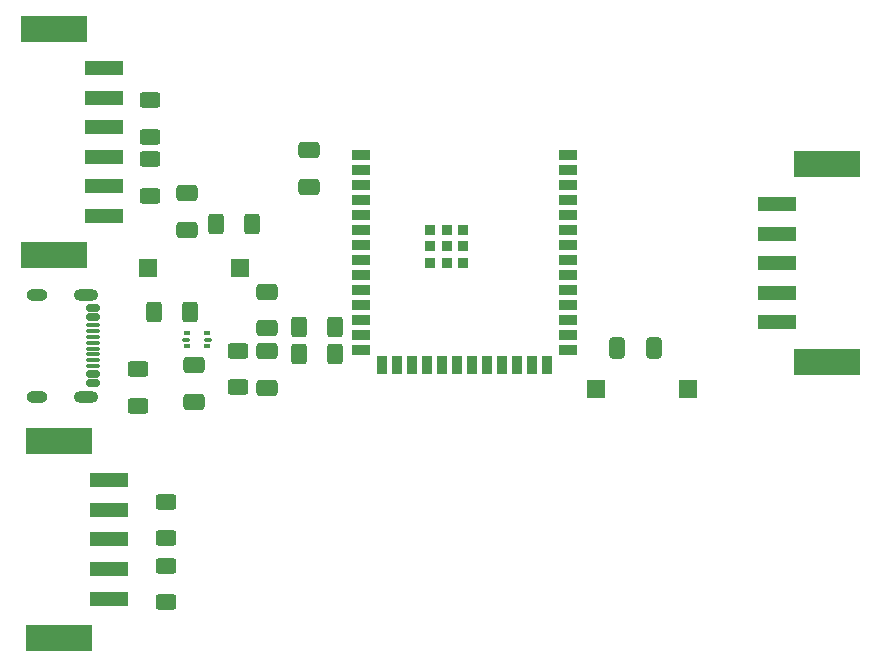
<source format=gbr>
%TF.GenerationSoftware,KiCad,Pcbnew,8.0.8*%
%TF.CreationDate,2025-04-03T15:34:39+02:00*%
%TF.ProjectId,MCU,4d43552e-6b69-4636-9164-5f7063625858,rev?*%
%TF.SameCoordinates,Original*%
%TF.FileFunction,Paste,Top*%
%TF.FilePolarity,Positive*%
%FSLAX46Y46*%
G04 Gerber Fmt 4.6, Leading zero omitted, Abs format (unit mm)*
G04 Created by KiCad (PCBNEW 8.0.8) date 2025-04-03 15:34:39*
%MOMM*%
%LPD*%
G01*
G04 APERTURE LIST*
G04 Aperture macros list*
%AMRoundRect*
0 Rectangle with rounded corners*
0 $1 Rounding radius*
0 $2 $3 $4 $5 $6 $7 $8 $9 X,Y pos of 4 corners*
0 Add a 4 corners polygon primitive as box body*
4,1,4,$2,$3,$4,$5,$6,$7,$8,$9,$2,$3,0*
0 Add four circle primitives for the rounded corners*
1,1,$1+$1,$2,$3*
1,1,$1+$1,$4,$5*
1,1,$1+$1,$6,$7*
1,1,$1+$1,$8,$9*
0 Add four rect primitives between the rounded corners*
20,1,$1+$1,$2,$3,$4,$5,0*
20,1,$1+$1,$4,$5,$6,$7,0*
20,1,$1+$1,$6,$7,$8,$9,0*
20,1,$1+$1,$8,$9,$2,$3,0*%
G04 Aperture macros list end*
%ADD10RoundRect,0.150000X-0.425000X0.150000X-0.425000X-0.150000X0.425000X-0.150000X0.425000X0.150000X0*%
%ADD11RoundRect,0.075000X-0.500000X0.075000X-0.500000X-0.075000X0.500000X-0.075000X0.500000X0.075000X0*%
%ADD12O,2.100000X1.000000*%
%ADD13O,1.800000X1.000000*%
%ADD14RoundRect,0.250000X-0.400000X-0.625000X0.400000X-0.625000X0.400000X0.625000X-0.400000X0.625000X0*%
%ADD15RoundRect,0.250000X-0.650000X0.412500X-0.650000X-0.412500X0.650000X-0.412500X0.650000X0.412500X0*%
%ADD16R,1.500000X1.500000*%
%ADD17RoundRect,0.250000X0.400000X0.625000X-0.400000X0.625000X-0.400000X-0.625000X0.400000X-0.625000X0*%
%ADD18R,3.200000X1.200000*%
%ADD19R,5.600000X2.200000*%
%ADD20RoundRect,0.250000X0.625000X-0.400000X0.625000X0.400000X-0.625000X0.400000X-0.625000X-0.400000X0*%
%ADD21RoundRect,0.250000X0.650000X-0.412500X0.650000X0.412500X-0.650000X0.412500X-0.650000X-0.412500X0*%
%ADD22RoundRect,0.093750X-0.156250X-0.093750X0.156250X-0.093750X0.156250X0.093750X-0.156250X0.093750X0*%
%ADD23RoundRect,0.075000X-0.250000X-0.075000X0.250000X-0.075000X0.250000X0.075000X-0.250000X0.075000X0*%
%ADD24R,0.900000X0.900000*%
%ADD25R,1.500000X0.900000*%
%ADD26R,0.900000X1.500000*%
%ADD27RoundRect,0.250000X-0.625000X0.400000X-0.625000X-0.400000X0.625000X-0.400000X0.625000X0.400000X0*%
%ADD28RoundRect,0.250000X-0.412500X-0.650000X0.412500X-0.650000X0.412500X0.650000X-0.412500X0.650000X0*%
G04 APERTURE END LIST*
D10*
%TO.C,USB-C*%
X104030000Y-84380000D03*
X104030000Y-85180000D03*
D11*
X104030000Y-86330000D03*
X104030000Y-87330000D03*
X104030000Y-87830000D03*
X104030000Y-88830000D03*
D10*
X104030000Y-89980000D03*
X104030000Y-90780000D03*
X104030000Y-90780000D03*
X104030000Y-89980000D03*
D11*
X104030000Y-89330000D03*
X104030000Y-88330000D03*
X104030000Y-86830000D03*
X104030000Y-85830000D03*
D10*
X104030000Y-85180000D03*
X104030000Y-84380000D03*
D12*
X103455000Y-83260000D03*
D13*
X99275000Y-83260000D03*
D12*
X103455000Y-91900000D03*
D13*
X99275000Y-91900000D03*
%TD*%
D14*
%TO.C,R3*%
X114450000Y-77250000D03*
X117550000Y-77250000D03*
%TD*%
D15*
%TO.C,C3*%
X118750000Y-83000000D03*
X118750000Y-86125000D03*
%TD*%
D16*
%TO.C,Reset*%
X116500000Y-81000000D03*
X108700000Y-81000000D03*
%TD*%
D17*
%TO.C,R8*%
X124550000Y-86000000D03*
X121450000Y-86000000D03*
%TD*%
D16*
%TO.C,Boot*%
X146600000Y-91250000D03*
X154400000Y-91250000D03*
%TD*%
D18*
%TO.C,I2C1*%
X105000000Y-64080000D03*
X105000000Y-66580000D03*
X105000000Y-69080000D03*
X105000000Y-71580000D03*
X105000000Y-74080000D03*
X105000000Y-76580000D03*
D19*
X100750000Y-60730000D03*
X100750000Y-79930000D03*
%TD*%
D20*
%TO.C,R11*%
X116350000Y-91120000D03*
X116350000Y-88020000D03*
%TD*%
D21*
%TO.C,C2*%
X118750000Y-91125000D03*
X118750000Y-88000000D03*
%TD*%
D22*
%TO.C,U2*%
X112000000Y-86542500D03*
D23*
X111925000Y-87080000D03*
D22*
X112000000Y-87617500D03*
X113700000Y-87617500D03*
D23*
X113775000Y-87080000D03*
D22*
X113700000Y-86542500D03*
%TD*%
D24*
%TO.C,U1*%
X132600000Y-77780000D03*
X132600000Y-79180000D03*
X132600000Y-80580000D03*
X134000000Y-77780000D03*
X134000000Y-79180000D03*
X134000000Y-80580000D03*
X135400000Y-77780000D03*
X135400000Y-79180000D03*
X135400000Y-80580000D03*
D25*
X126750000Y-71460000D03*
X126750000Y-72730000D03*
X126750000Y-74000000D03*
X126750000Y-75270000D03*
X126750000Y-76540000D03*
X126750000Y-77810000D03*
X126750000Y-79080000D03*
X126750000Y-80350000D03*
X126750000Y-81620000D03*
X126750000Y-82890000D03*
X126750000Y-84160000D03*
X126750000Y-85430000D03*
X126750000Y-86700000D03*
X126750000Y-87970000D03*
D26*
X128515000Y-89220000D03*
X129785000Y-89220000D03*
X131055000Y-89220000D03*
X132325000Y-89220000D03*
X133595000Y-89220000D03*
X134865000Y-89220000D03*
X136135000Y-89220000D03*
X137405000Y-89220000D03*
X138675000Y-89220000D03*
X139945000Y-89220000D03*
X141215000Y-89220000D03*
X142485000Y-89220000D03*
D25*
X144250000Y-87970000D03*
X144250000Y-86700000D03*
X144250000Y-85430000D03*
X144250000Y-84160000D03*
X144250000Y-82890000D03*
X144250000Y-81620000D03*
X144250000Y-80350000D03*
X144250000Y-79080000D03*
X144250000Y-77810000D03*
X144250000Y-76540000D03*
X144250000Y-75270000D03*
X144250000Y-74000000D03*
X144250000Y-72730000D03*
X144250000Y-71460000D03*
%TD*%
D15*
%TO.C,C1*%
X122350000Y-71017500D03*
X122350000Y-74142500D03*
%TD*%
D21*
%TO.C,C5*%
X112000000Y-77812500D03*
X112000000Y-74687500D03*
%TD*%
D27*
%TO.C,R5*%
X108850000Y-71780000D03*
X108850000Y-74880000D03*
%TD*%
D18*
%TO.C,I2S*%
X161925000Y-85590000D03*
X161925000Y-83090000D03*
X161925000Y-80590000D03*
X161925000Y-78090000D03*
X161925000Y-75590000D03*
D19*
X166175000Y-88940000D03*
X166175000Y-72240000D03*
%TD*%
D27*
%TO.C,R2*%
X110250000Y-106200000D03*
X110250000Y-109300000D03*
%TD*%
%TO.C,R7*%
X108850000Y-66780000D03*
X108850000Y-69880000D03*
%TD*%
D17*
%TO.C,R13*%
X112300000Y-84750000D03*
X109200000Y-84750000D03*
%TD*%
D18*
%TO.C,I2C0*%
X105437500Y-98992500D03*
X105437500Y-101492500D03*
X105437500Y-103992500D03*
X105437500Y-106492500D03*
X105437500Y-108992500D03*
D19*
X101187500Y-95642500D03*
X101187500Y-112342500D03*
%TD*%
D20*
%TO.C,R12*%
X107850000Y-92680000D03*
X107850000Y-89580000D03*
%TD*%
D17*
%TO.C,R9*%
X124550000Y-88250000D03*
X121450000Y-88250000D03*
%TD*%
D28*
%TO.C,C6*%
X148437500Y-87750000D03*
X151562500Y-87750000D03*
%TD*%
D15*
%TO.C,C4*%
X112600000Y-89257500D03*
X112600000Y-92382500D03*
%TD*%
D27*
%TO.C,R6*%
X110262500Y-100802500D03*
X110262500Y-103902500D03*
%TD*%
M02*

</source>
